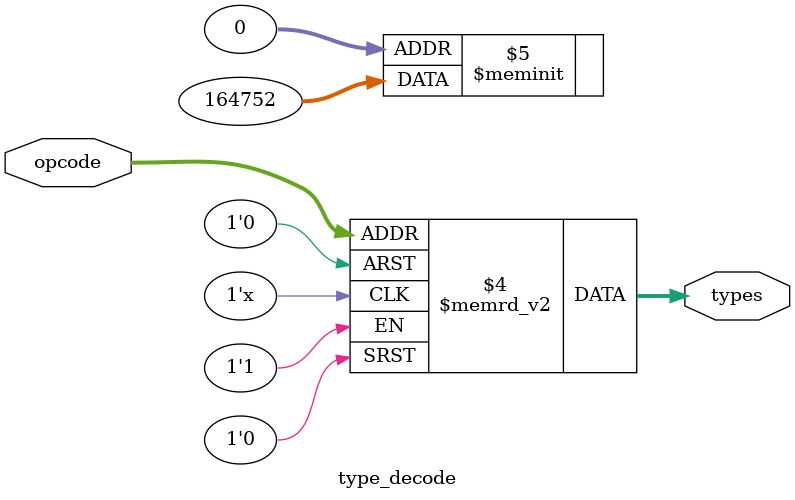
<source format=sv>
`timescale 1ns/1ps
module type_decode (
    input wire [3:0] opcode,
    output reg [1:0] types
);

always @(*) begin
    case (opcode)
        4'b0001: types = 2'b00;  //rtype
        4'b0101: types = 2'b00;  //ld
        4'b0110: types = 2'b00;  //store
4'b1001: types=2'b00;
4'b1010: types=2'b00;
4'b1011: types=2'b00;


        4'b0010: types = 2'b01; //I

        4'b0011: types=2'b10; //J
        4'b0111: types=2'b10; //call
        4'b1000: types=2'b10; //ret

        4'b0100:types=2'b11; //btype
        
        default: types = 2'b00; 
    endcase
end

endmodule //type_decode

</source>
